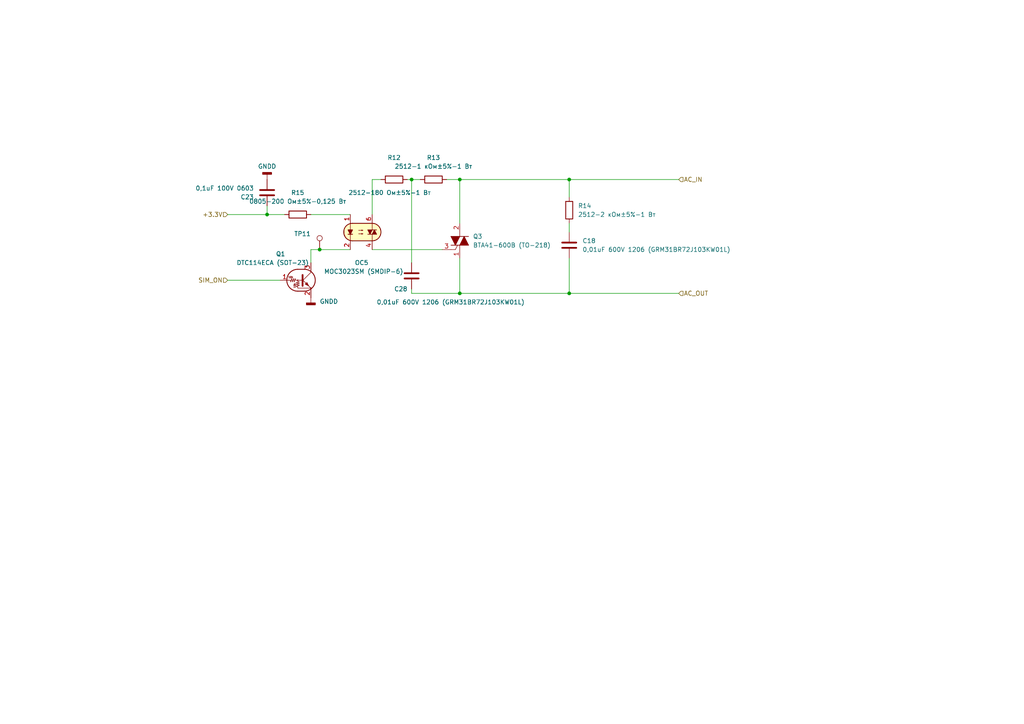
<source format=kicad_sch>
(kicad_sch (version 20230121) (generator eeschema)
  (paper "A4")
  (lib_symbols
    (symbol "Connector:TestPoint" (pin_numbers hide) (pin_names (offset 0.762) hide)
      (property "Reference" "TP" (at 0 6.858 0))
      (property "Value" "TestPoint" (at 0 5.08 0))
      (symbol "TestPoint_0_1"
        (circle (center 0 3.302) (radius 0.762))
      )
      (symbol "TestPoint_1_1"
        (pin passive line (at 0 0 90) (length 2.54) (name "1") (number "1"))
      )
    )
    (symbol "Device:C" (pin_numbers hide) (pin_names (offset 0.254))
      (property "Reference" "C" (at 0.635 2.54 0))
      (property "Value" "C" (at 0.635 -2.54 0))
      (symbol "C_0_1"
        (polyline (pts (xy -2.032 -0.762) (xy 2.032 -0.762)) (stroke (width 0.508)))
        (polyline (pts (xy -2.032 0.762) (xy 2.032 0.762)) (stroke (width 0.508)))
      )
      (symbol "C_1_1"
        (pin passive line (at 0 3.81 270) (length 2.794) (name "~") (number "1"))
        (pin passive line (at 0 -3.81 90) (length 2.794) (name "~") (number "2"))
      )
    )
    (symbol "Device:R" (pin_numbers hide) (pin_names (offset 0))
      (property "Reference" "R" (at 2.032 0 90))
      (property "Value" "R" (at 0 0 90))
      (symbol "R_0_1"
        (rectangle (start -1.016 -2.54) (end 1.016 2.54) (stroke (width 0.254)))
      )
      (symbol "R_1_1"
        (pin passive line (at 0 3.81 270) (length 1.27) (name "~") (number "1"))
        (pin passive line (at 0 -3.81 90) (length 1.27) (name "~") (number "2"))
      )
    )
    (symbol "PCM_Optocoupler_Triac_AKL:MOC3021M" (pin_names (offset 1.016))
      (property "Reference" "OC" (at 7.62 1.27 0))
      (property "Value" "MOC3021M" (at 7.62 -1.27 0))
      (symbol "MOC3021M_0_1"
        (arc (start -1.9275 2.54) (mid -4.4451 0) (end -1.9275 -2.54) (stroke (width 0.254)))
        (polyline (pts (xy -3.175 -0.635) (xy -1.905 -0.635)) (stroke (width 0.254)))
        (polyline (pts (xy -1.905 2.54) (xy 3.81 2.54)) (stroke (width 0.254)))
        (polyline (pts (xy 3.81 -2.54) (xy -1.905 -2.54)) (stroke (width 0.254)))
        (polyline (pts (xy 3.81 -0.635) (xy 3.81 -2.54)) (stroke (width 0.1524)))
        (polyline (pts (xy 3.81 2.54) (xy 3.81 0.635)) (stroke (width 0.1524)))
        (polyline (pts (xy -2.54 -2.54) (xy -2.54 -1.27) (xy -2.54 2.54)) (stroke (width 0.1524)))
        (polyline (pts (xy -2.54 -0.635) (xy -3.175 0.635) (xy -1.905 0.635) (xy -2.54 -0.635)) (stroke (width 0.254)) (fill (type outline)))
        (polyline (pts (xy -0.127 -0.508) (xy 1.143 -0.508) (xy 0.762 -0.635) (xy 0.762 -0.381) (xy 1.143 -0.508)))
        (polyline (pts (xy -0.127 0.508) (xy 1.143 0.508) (xy 0.762 0.381) (xy 0.762 0.635) (xy 1.143 0.508)))
        (polyline (pts (xy -1.27 2.54) (xy 3.937 2.54) (xy 4.699 2.413) (xy 5.08 2.159) (xy 5.461 1.905) (xy 5.969 1.397) (xy 6.223 0.635) (xy 6.35 0) (xy 6.223 -0.762) (xy 5.842 -1.524) (xy 5.207 -2.159) (xy 4.191 -2.54) (xy -2.54 -2.54) (xy -2.54 -2.54) (xy -3.302 -2.032) (xy -3.81 -1.778) (xy -4.318 -0.508) (xy -4.318 0.254) (xy -4.318 1.016) (xy -3.81 1.778) (xy -3.048 2.286) (xy -2.286 2.54) (xy -1.27 2.54)) (stroke (width 0.01)) (fill (type background)))
        (arc (start 3.8325 -2.54) (mid 6.3501 0) (end 3.8325 2.54) (stroke (width 0.254)))
      )
      (symbol "MOC3021M_1_1"
        (polyline (pts (xy 2.54 -0.635) (xy 5.08 -0.635)) (stroke (width 0.2032)))
        (polyline (pts (xy 2.54 0.635) (xy 5.08 0.635)) (stroke (width 0.2032)))
        (polyline (pts (xy 2.54 0.635) (xy 3.175 -0.635) (xy 3.81 0.635)) (stroke (width 0.2032)) (fill (type outline)))
        (polyline (pts (xy 3.81 -0.635) (xy 4.445 0.635) (xy 5.08 -0.635)) (stroke (width 0.2032)) (fill (type outline)))
        (pin passive line (at -2.54 5.08 270) (length 2.54) (name "~") (number "1"))
        (pin passive line (at -2.54 -5.08 90) (length 2.54) (name "~") (number "2"))
        (pin no_connect line (at -1.27 0 0) (length 2.54) hide (name "NC") (number "3"))
        (pin passive line (at 3.81 -5.08 90) (length 2.54) (name "~") (number "4"))
        (pin no_connect line (at 3.81 0 180) (length 2.54) hide (name "NC") (number "5"))
        (pin passive line (at 3.81 5.08 270) (length 2.54) (name "~") (number "6"))
      )
    )
    (symbol "PCM_Triac_AKL:BTA41-600B" (pin_names (offset 0.002) hide)
      (property "Reference" "Q" (at 3.175 0.635 0))
      (property "Value" "BTA41-600B" (at 3.175 -1.27 0))
      (symbol "BTA41-600B_0_1"
        (polyline (pts (xy -2.54 -2.54) (xy -1.27 -2.54)) (stroke (width 0.1524)))
        (polyline (pts (xy -2.54 -1.27) (xy 2.54 -1.27)) (stroke (width 0.2032)))
        (polyline (pts (xy -2.54 1.27) (xy 2.54 1.27)) (stroke (width 0.2032)))
        (polyline (pts (xy -1.27 -2.54) (xy -0.635 -1.27)))
        (polyline (pts (xy 0 -2.54) (xy 0 -1.27)) (stroke (width 0.1524)))
        (polyline (pts (xy 0 2.54) (xy 0 1.27)) (stroke (width 0.1524)))
        (polyline (pts (xy -2.54 1.27) (xy -1.27 -1.27) (xy 0 1.27)) (stroke (width 0.2032)) (fill (type outline)))
        (polyline (pts (xy 0 -1.27) (xy 1.27 1.27) (xy 2.54 -1.27)) (stroke (width 0.2032)) (fill (type outline)))
      )
      (symbol "BTA41-600B_1_1"
        (pin passive line (at 0 -5.08 90) (length 2.54) (name "A1") (number "1"))
        (pin passive line (at 0 5.08 270) (length 2.54) (name "A2") (number "2"))
        (pin input line (at -5.08 -2.54 0) (length 2.54) (name "G") (number "3"))
      )
    )
    (symbol "Transistor_BJT:DTC114E" (pin_names (offset 0) hide)
      (property "Reference" "Q" (at 5.08 1.905 0))
      (property "Value" "DTC114E" (at 5.08 0 0))
      (symbol "DTC114E_0_0"
        (text "10k" (at -3.302 0.889 0) (effects (font (size 0.508 0.508))))
        (text "10k" (at -2.159 -1.524 900) (effects (font (size 0.508 0.508))))
      )
      (symbol "DTC114E_0_1"
        (circle (center -1.27 0) (radius 0.127))
        (arc (start -1.27 3.175) (mid -4.4312 0) (end -1.27 -3.175) (stroke (width 0.254)))
        (polyline (pts (xy -3.429 0) (xy -3.81 0)))
        (polyline (pts (xy -1.27 -3.175) (xy 0.635 -3.175)) (stroke (width 0.254)))
        (polyline (pts (xy -1.27 3.175) (xy 0.635 3.175)) (stroke (width 0.254)))
        (polyline (pts (xy 0 -0.254) (xy 2.54 2.286)))
        (polyline (pts (xy 0.127 1.524) (xy 0.127 -1.651)) (stroke (width 0.508)) (fill (type outline)))
        (polyline (pts (xy 2.54 2.286) (xy 2.54 2.54)))
        (polyline (pts (xy 2.54 -2.286) (xy 0 0.254) (xy 0 0.254)))
        (polyline (pts (xy 0.889 -1.143) (xy 1.397 -0.635) (xy 1.905 -1.651) (xy 0.889 -1.143)) (fill (type outline)))
        (polyline (pts (xy 0 0) (xy -1.905 0) (xy -2.032 0.508) (xy -2.286 -0.508) (xy -2.54 0.508) (xy -2.794 -0.508) (xy -3.048 0.508) (xy -3.302 -0.508) (xy -3.429 0)))
        (polyline (pts (xy -1.27 0) (xy -1.27 -0.381) (xy -0.762 -0.508) (xy -1.778 -0.762) (xy -0.762 -1.016) (xy -1.778 -1.27) (xy -0.762 -1.524) (xy -1.778 -1.778) (xy -1.27 -1.905) (xy -1.27 -2.286) (xy 2.54 -2.286)))
        (arc (start 0.635 -3.175) (mid 3.7962 0) (end 0.635 3.175) (stroke (width 0.254)))
        (circle (center 2.54 -2.286) (radius 0.127))
      )
      (symbol "DTC114E_1_1"
        (pin input line (at -6.35 0 0) (length 2.54) (name "B") (number "1"))
        (pin passive line (at 2.54 -5.08 90) (length 2.54) (name "E") (number "2"))
        (pin passive line (at 2.54 5.08 270) (length 2.54) (name "C") (number "3"))
      )
    )
    (symbol "power:GNDD" (power) (pin_numbers hide) (pin_names (offset 0) hide)
      (property "Value" "GNDD" (at 0 -3.175 0))
      (symbol "GNDD_0_1"
        (rectangle (start -1.27 -1.524) (end 1.27 -2.032) (stroke (width 0.254)) (fill (type outline)))
        (polyline (pts (xy 0 0) (xy 0 -1.524)))
      )
      (symbol "GNDD_1_1"
        (pin power_in line (at 0 0 270) (length 0) hide (name "GNDD") (number "1"))
      )
    )
  )
  (junction (at 165.1 52.07))
  (junction (at 133.35 52.07))
  (junction (at 119.38 52.07))
  (junction (at 77.47 62.23))
  (junction (at 133.35 85.09))
  (junction (at 165.1 85.09))
  (junction (at 92.71 72.39))
  (wire (pts (xy 119.38 83.82) (xy 119.38 85.09)))
  (wire (pts (xy 107.95 62.23) (xy 107.95 52.07)))
  (wire (pts (xy 77.47 59.69) (xy 77.47 62.23)))
  (wire (pts (xy 119.38 52.07) (xy 119.38 76.2)))
  (wire (pts (xy 119.38 85.09) (xy 133.35 85.09)))
  (wire (pts (xy 165.1 52.07) (xy 196.85 52.07)))
  (wire (pts (xy 92.71 72.39) (xy 101.6 72.39)))
  (wire (pts (xy 165.1 74.93) (xy 165.1 85.09)))
  (wire (pts (xy 129.54 52.07) (xy 133.35 52.07)))
  (wire (pts (xy 118.11 52.07) (xy 119.38 52.07)))
  (wire (pts (xy 82.55 62.23) (xy 77.47 62.23)))
  (wire (pts (xy 90.17 62.23) (xy 101.6 62.23)))
  (wire (pts (xy 119.38 52.07) (xy 121.92 52.07)))
  (wire (pts (xy 133.35 52.07) (xy 133.35 64.77)))
  (wire (pts (xy 77.47 62.23) (xy 66.04 62.23)))
  (wire (pts (xy 90.17 72.39) (xy 92.71 72.39)))
  (wire (pts (xy 66.04 81.28) (xy 81.28 81.28)))
  (wire (pts (xy 90.17 76.2) (xy 90.17 72.39)))
  (wire (pts (xy 165.1 52.07) (xy 165.1 57.15)))
  (wire (pts (xy 107.95 52.07) (xy 110.49 52.07)))
  (wire (pts (xy 165.1 85.09) (xy 196.85 85.09)))
  (wire (pts (xy 133.35 52.07) (xy 165.1 52.07)))
  (wire (pts (xy 133.35 74.93) (xy 133.35 85.09)))
  (wire (pts (xy 107.95 72.39) (xy 128.27 72.39)))
  (wire (pts (xy 165.1 64.77) (xy 165.1 67.31)))
  (wire (pts (xy 133.35 85.09) (xy 165.1 85.09)))
  (hierarchical_label "SIM_ON" (shape input) (at 66.04 81.28 180))
  (hierarchical_label "AC_IN" (shape input) (at 196.85 52.07 0))
  (hierarchical_label "AC_OUT" (shape input) (at 196.85 85.09 0))
  (hierarchical_label "+3.3V" (shape input) (at 66.04 62.23 180))
  (symbol (lib_id "Device:R") (at 114.3 52.07 270) (unit 1)
    (property "Reference" "R12" (at 114.3 45.72 90))
    (property "Value" "2512-180 Ом±5%-1 Вт" (at 113.03 55.88 90))
    (property "Footprint" "Resistor_SMD:R_2512_6332Metric" (effects hide))
    (instances (project "triac_board" (path "" (reference "R12") (unit 1)) (path "" (reference "R16") (unit 1)) (path "" (reference "R20") (unit 1)) (path "" (reference "R24") (unit 1))))
  )
  (symbol (lib_id "power:GNDD") (at 77.47 52.07 180) (unit 1)
    (property "Reference" "#PWR049" (effects hide))
    (property "Value" "GNDD" (at 77.47 48.26 0))
    (instances (project "triac_board" (path "" (reference "#PWR049") (unit 1)) (path "" (reference "#PWR052") (unit 1)) (path "" (reference "#PWR053") (unit 1)) (path "" (reference "#PWR054") (unit 1)) (path "" (reference "#PWR055") (unit 1))))
  )
  (symbol (lib_id "Device:C") (at 119.38 80.01 0) (unit 1)
    (property "Reference" "C28" (at 114.3 83.82 0) (effects (justify left)))
    (property "Value" "0,01uF 600V 1206 (GRM31BR72J103KW01L)" (at 109.22 87.63 0) (effects (justify left)))
    (property "Footprint" "Capacitor_SMD:C_1206_3216Metric_Pad1.33x1.80mm_HandSolder" (effects hide))
    (instances (project "triac_board" (path "" (reference "C28") (unit 1)) (path "" (reference "C19") (unit 1)) (path "" (reference "C22") (unit 1)) (path "" (reference "C25") (unit 1))))
  )
  (symbol (lib_id "Device:C") (at 165.1 71.12 0) (unit 1)
    (property "Reference" "C18" (at 168.91 69.85 0) (effects (justify left)))
    (property "Value" "0,01uF 600V 1206 (GRM31BR72J103KW01L)" (at 168.91 72.39 0) (effects (justify left)))
    (property "Footprint" "Capacitor_SMD:C_1206_3216Metric_Pad1.33x1.80mm_HandSolder" (effects hide))
    (instances (project "triac_board" (path "" (reference "C18") (unit 1)) (path "" (reference "C21") (unit 1)) (path "" (reference "C24") (unit 1)) (path "" (reference "C27") (unit 1))))
  )
  (symbol (lib_id "Connector:TestPoint") (at 92.71 72.39 0) (mirror y) (unit 1) (in_bom no)
    (property "Reference" "TP11" (at 90.17 67.818 0) (effects (justify left)))
    (property "Value" "TestPoint" (effects hide))
    (property "Footprint" "PCM_4ms_TestPoint:TestPoint_D1" (effects hide))
    (instances (project "triac_board" (path "" (reference "TP11") (unit 1)) (path "" (reference "TP13") (unit 1)) (path "" (reference "TP15") (unit 1)) (path "" (reference "TP17") (unit 1))) (project "Плата внешних шаговых двигателей" (path "" (reference "TP21") (unit 1)) (path "" (reference "TP5") (unit 1))))
  )
  (symbol (lib_id "Device:C") (at 77.47 55.88 180) (unit 1)
    (property "Reference" "C23" (at 73.66 57.15 0) (effects (justify left)))
    (property "Value" "0,1uF 100V 0603" (at 73.66 54.61 0) (effects (justify left)))
    (property "Footprint" "Capacitor_SMD:C_0603_1608Metric" (effects hide))
    (instances (project "triac_board" (path "" (reference "C23") (unit 1)) (path "" (reference "C17") (unit 1)) (path "" (reference "C20") (unit 1)) (path "" (reference "C23") (unit 1)) (path "" (reference "C26") (unit 1))))
  )
  (symbol (lib_id "Device:R") (at 125.73 52.07 270) (unit 1)
    (property "Reference" "R13" (at 125.73 45.72 90))
    (property "Value" "2512-1 кОм±5%-1 Вт" (at 125.73 48.26 90))
    (property "Footprint" "Resistor_SMD:R_2512_6332Metric" (effects hide))
    (instances (project "triac_board" (path "" (reference "R13") (unit 1)) (path "" (reference "R17") (unit 1)) (path "" (reference "R21") (unit 1)) (path "" (reference "R25") (unit 1))))
  )
  (symbol (lib_id "Transistor_BJT:DTC114E") (at 87.63 81.28 0) (unit 1)
    (property "Reference" "Q1" (at 80.01 73.66 0) (effects (justify left)))
    (property "Value" "DTC114ECA (SOT-23)" (at 68.58 76.2 0) (effects (justify left)))
    (property "Footprint" "Package_TO_SOT_SMD:SOT-23" (effects hide))
    (instances (project "triac_board" (path "" (reference "Q1") (unit 1)) (path "" (reference "Q4") (unit 1)) (path "" (reference "Q6") (unit 1)) (path "" (reference "Q8") (unit 1)) (path "" (reference "Q10") (unit 1))) (project "Плата внешних шаговых двигателей" (path "" (reference "Q4") (unit 1))))
  )
  (symbol (lib_id "PCM_Triac_AKL:BTA41-600B") (at 133.35 69.85 0) (unit 1)
    (property "Reference" "Q3" (at 137.16 68.58 0) (effects (justify left)))
    (property "Value" "BTA41-600B (TO-218)" (at 137.16 71.12 0) (effects (justify left)))
    (property "Footprint" "Package_TO_SOT_THT:TO-218-3_Horizontal_TabDown" (effects hide))
    (property "Datasheet" "https://www.tme.eu/Document/04a7384ba2314a2a2c0be567aaa7f9a3/BTA41-800BRG-STMicroelectronics.pdf" (effects hide))
    (instances (project "triac_board" (path "" (reference "Q3") (unit 1)) (path "" (reference "Q5") (unit 1)) (path "" (reference "Q7") (unit 1)) (path "" (reference "Q9") (unit 1))))
  )
  (symbol (lib_id "PCM_Optocoupler_Triac_AKL:MOC3021M") (at 104.14 67.31 0) (unit 1)
    (property "Reference" "OC5" (at 102.87 76.2 0) (effects (justify left)))
    (property "Value" "MOC3023SM (SMDIP-6)" (at 93.98 78.74 0) (effects (justify left)))
    (property "Footprint" "Package_DIP:SMDIP-6_W9.53mm" (effects hide))
    (property "Datasheet" "https://www.tme.eu/Document/4c07e045ed4ac191018a957800b78b20/MOC3023M.pdf" (effects hide))
    (instances (project "triac_board" (path "" (reference "OC5") (unit 1)) (path "" (reference "OC2") (unit 1)) (path "" (reference "OC3") (unit 1)) (path "" (reference "OC4") (unit 1))))
  )
  (symbol (lib_id "Device:R") (at 165.1 60.96 180) (unit 1)
    (property "Reference" "R14" (at 167.64 59.69 0) (effects (justify right)))
    (property "Value" "2512-2 кОм±5%-1 Вт" (at 167.64 62.23 0) (effects (justify right)))
    (property "Footprint" "Resistor_SMD:R_2512_6332Metric" (effects hide))
    (instances (project "triac_board" (path "" (reference "R14") (unit 1)) (path "" (reference "R18") (unit 1)) (path "" (reference "R22") (unit 1)) (path "" (reference "R26") (unit 1))))
  )
  (symbol (lib_id "Device:R") (at 86.36 62.23 90) (unit 1)
    (property "Reference" "R15" (at 86.36 55.88 90))
    (property "Value" "0805-200 Ом±5%-0,125 Вт" (at 86.36 58.42 90))
    (property "Footprint" "PCM_4ms_Resistor:R_0805_2012Metric" (effects hide))
    (instances (project "triac_board" (path "" (reference "R15") (unit 1)) (path "" (reference "R19") (unit 1)) (path "" (reference "R23") (unit 1)) (path "" (reference "R27") (unit 1))))
  )
  (symbol (lib_id "power:GNDD") (at 90.17 86.36 0) (unit 1)
    (property "Reference" "#PWR021" (effects hide))
    (property "Value" "GNDD" (at 92.71 87.4395 0) (effects (justify left)))
    (instances (project "triac_board" (path "" (reference "#PWR021") (unit 1)) (path "" (reference "#PWR036") (unit 1)) (path "" (reference "#PWR037") (unit 1)) (path "" (reference "#PWR038") (unit 1)) (path "" (reference "#PWR039") (unit 1))) (project "Плата внешних шаговых двигателей" (path "" (reference "#PWR014") (unit 1))))
  )
)
</source>
